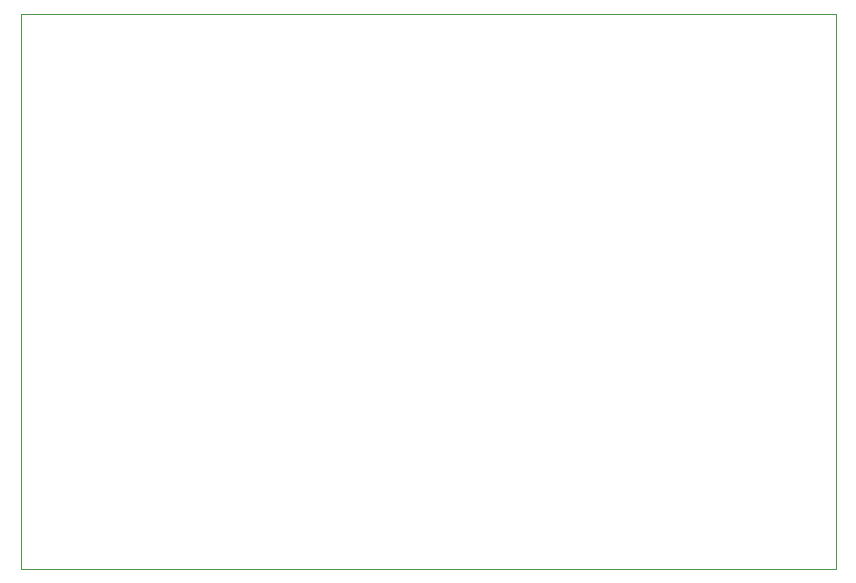
<source format=gm1>
G04*
G04 #@! TF.GenerationSoftware,Altium Limited,Altium Designer,21.0.9 (235)*
G04*
G04 Layer_Color=16711935*
%FSLAX44Y44*%
%MOMM*%
G71*
G04*
G04 #@! TF.SameCoordinates,B8152D85-E12F-4961-801D-9DD34C180D21*
G04*
G04*
G04 #@! TF.FilePolarity,Positive*
G04*
G01*
G75*
%ADD74C,0.0500*%
D74*
X0Y0D02*
X690000D01*
X690000Y470000D02*
X690000Y0D01*
X0Y470000D02*
X690000D01*
X0Y0D02*
Y470000D01*
M02*

</source>
